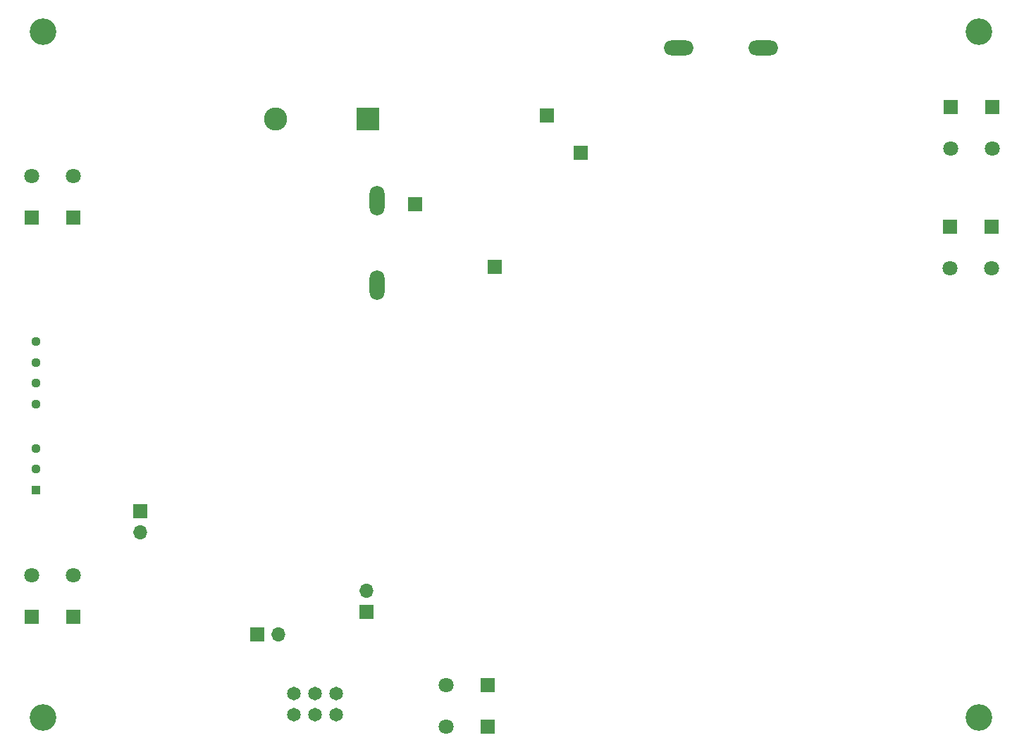
<source format=gbs>
G04 #@! TF.GenerationSoftware,KiCad,Pcbnew,(5.1.10)-1*
G04 #@! TF.CreationDate,2022-04-06T19:53:40-07:00*
G04 #@! TF.ProjectId,RacingTeam,52616369-6e67-4546-9561-6d2e6b696361,rev?*
G04 #@! TF.SameCoordinates,Original*
G04 #@! TF.FileFunction,Soldermask,Bot*
G04 #@! TF.FilePolarity,Negative*
%FSLAX46Y46*%
G04 Gerber Fmt 4.6, Leading zero omitted, Abs format (unit mm)*
G04 Created by KiCad (PCBNEW (5.1.10)-1) date 2022-04-06 19:53:40*
%MOMM*%
%LPD*%
G01*
G04 APERTURE LIST*
%ADD10C,1.130000*%
%ADD11R,1.130000X1.130000*%
%ADD12O,1.700000X1.700000*%
%ADD13R,1.700000X1.700000*%
%ADD14C,3.200000*%
%ADD15R,1.800000X1.800000*%
%ADD16C,1.800000*%
%ADD17O,3.581400X1.790700*%
%ADD18O,1.790700X3.581400*%
%ADD19C,2.781300*%
%ADD20R,2.781300X2.781300*%
%ADD21C,1.650000*%
G04 APERTURE END LIST*
D10*
G04 #@! TO.C,PS1*
X113650000Y-75820000D03*
X113650000Y-78320000D03*
X113650000Y-80820000D03*
X113650000Y-73320000D03*
X113650000Y-86120000D03*
X113650000Y-88620000D03*
D11*
X113650000Y-91120000D03*
G04 #@! TD*
D12*
G04 #@! TO.C,JP3*
X126250000Y-96250000D03*
D13*
X126250000Y-93710000D03*
G04 #@! TD*
D14*
G04 #@! TO.C,REF\u002A\u002A*
X114500000Y-118500000D03*
G04 #@! TD*
G04 #@! TO.C,REF\u002A\u002A*
X114500000Y-36000000D03*
G04 #@! TD*
G04 #@! TO.C,REF\u002A\u002A*
X227000000Y-36000000D03*
G04 #@! TD*
G04 #@! TO.C,REF\u002A\u002A*
X227000000Y-118500000D03*
G04 #@! TD*
D12*
G04 #@! TO.C,JP2*
X153400000Y-103300000D03*
D13*
X153400000Y-105840000D03*
G04 #@! TD*
G04 #@! TO.C,JP1*
X140250000Y-108500000D03*
D12*
X142790000Y-108500000D03*
G04 #@! TD*
D13*
G04 #@! TO.C,J4*
X168800000Y-64300000D03*
G04 #@! TD*
D15*
G04 #@! TO.C,J6*
X228500000Y-59500000D03*
D16*
X228500000Y-64500000D03*
D15*
X223500000Y-59500000D03*
D16*
X223500000Y-64500000D03*
G04 #@! TD*
G04 #@! TO.C,J7*
X223600000Y-50100000D03*
D15*
X223600000Y-45100000D03*
D16*
X228600000Y-50100000D03*
D15*
X228600000Y-45100000D03*
G04 #@! TD*
D13*
G04 #@! TO.C,J2*
X179120000Y-50580000D03*
G04 #@! TD*
G04 #@! TO.C,J3*
X175100000Y-46100000D03*
G04 #@! TD*
D17*
G04 #@! TO.C,D1*
X201080000Y-38000000D03*
X190920000Y-38000000D03*
G04 #@! TD*
D18*
G04 #@! TO.C,D2*
X154700000Y-66560000D03*
X154700000Y-56400000D03*
G04 #@! TD*
D13*
G04 #@! TO.C,J5*
X159200000Y-56800000D03*
G04 #@! TD*
D19*
G04 #@! TO.C,J1*
X142437400Y-46500000D03*
D20*
X153562600Y-46500000D03*
G04 #@! TD*
D16*
G04 #@! TO.C,J8*
X118200000Y-53400000D03*
D15*
X118200000Y-58400000D03*
D16*
X113200000Y-53400000D03*
D15*
X113200000Y-58400000D03*
G04 #@! TD*
D16*
G04 #@! TO.C,J11*
X163000000Y-114600000D03*
D15*
X168000000Y-114600000D03*
D16*
X163000000Y-119600000D03*
D15*
X168000000Y-119600000D03*
G04 #@! TD*
D21*
G04 #@! TO.C,J9*
X149740000Y-118170000D03*
X149740000Y-115630000D03*
X147200000Y-118170000D03*
X147200000Y-115630000D03*
X144660000Y-118170000D03*
X144660000Y-115630000D03*
G04 #@! TD*
D15*
G04 #@! TO.C,J10*
X113200000Y-106400000D03*
D16*
X113200000Y-101400000D03*
D15*
X118200000Y-106400000D03*
D16*
X118200000Y-101400000D03*
G04 #@! TD*
M02*

</source>
